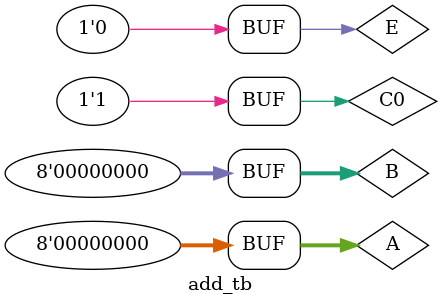
<source format=v>
`timescale 1ns / 1ps


module add_tb;
    reg [7:0] A, B;
    reg C0;
    reg E;
    wire [7:0] S;
    wire C8;

    add uut (
        .A(A),
        .B(B),
        .C0(C0),
        .E(E),
        .S(S),
        .C8(C8)
    );

    initial begin
        E = 1;
        A = 0;
        B = 0;
        C0 = 0;

        #10 A = 8'd50; B = 8'd70;
        #10 A = 8'd255; B = 8'd1;
        #10 E = 1'b0;
        #10 A = 8'd150; B = 8'd100;
        #10 A = 8'd200; B = 8'd55; C0 = 1'b1;
        #10 A = 8'd0; B = 8'd0;
        #10 A = 8'd128; B = 8'd128;
        #10 A = 8'd127; B = 8'd1; 
        #10 A = 8'd255; B = 8'd255;

        #30 A = 1'd0; B = 1'd0;
    end

endmodule


</source>
